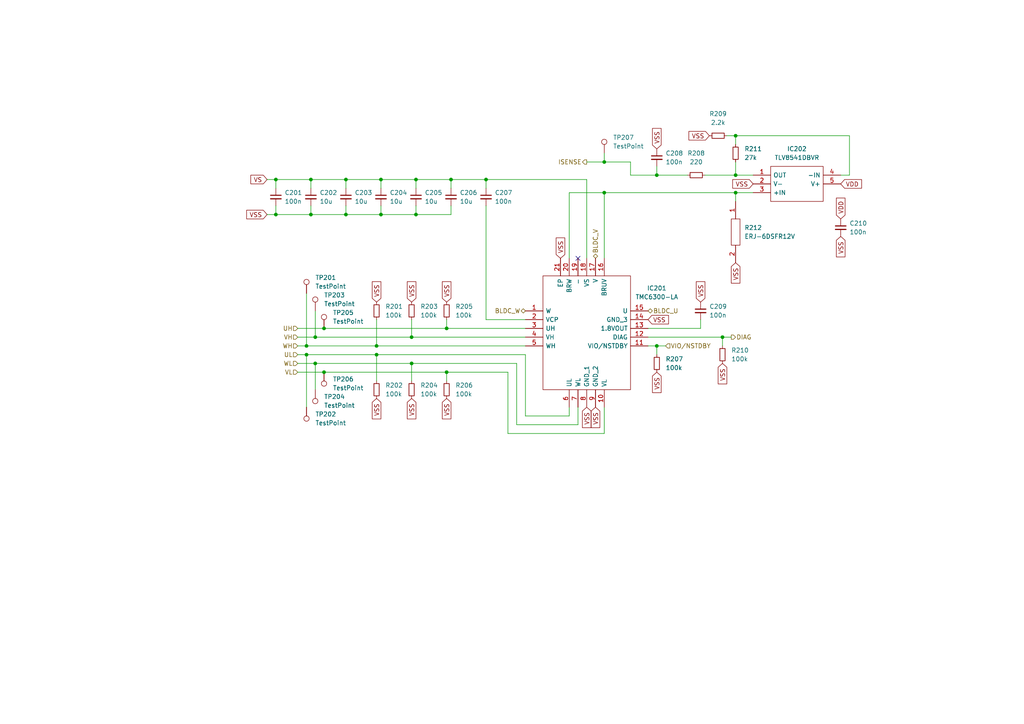
<source format=kicad_sch>
(kicad_sch (version 20231120) (generator "eeschema") (generator_version "8.0")
  (paper "A4")
  (lib_symbols
    (symbol "Connector:TestPoint" (pin_numbers hide) (pin_names (offset 0.762) hide)
      (property "Reference" "TP" (at 0 6.858 0))
      (property "Value" "TestPoint" (at 0 5.08 0))
      (symbol "TestPoint_0_1"
        (circle (center 0 3.302) (radius 0.762))
      )
      (symbol "TestPoint_1_1"
        (pin passive line (at 0 0 90) (length 2.54) (name "1") (number "1"))
      )
    )
    (symbol "Device:C_Small" (pin_numbers hide) (pin_names (offset 0.254) hide)
      (property "Reference" "C" (at 0.254 1.778 0))
      (property "Value" "C_Small" (at 0.254 -2.032 0))
      (symbol "C_Small_0_1"
        (polyline (pts (xy -1.524 -0.508) (xy 1.524 -0.508)) (stroke (width 0.3302)))
        (polyline (pts (xy -1.524 0.508) (xy 1.524 0.508)) (stroke (width 0.3048)))
      )
      (symbol "C_Small_1_1"
        (pin passive line (at 0 2.54 270) (length 2.032) (name "~") (number "1"))
        (pin passive line (at 0 -2.54 90) (length 2.032) (name "~") (number "2"))
      )
    )
    (symbol "Device:R_Small" (pin_numbers hide) (pin_names (offset 0.254) hide)
      (property "Reference" "R" (at 0.762 0.508 0))
      (property "Value" "R_Small" (at 0.762 -1.016 0))
      (symbol "R_Small_0_1"
        (rectangle (start -0.762 1.778) (end 0.762 -1.778) (stroke (width 0.2032)))
      )
      (symbol "R_Small_1_1"
        (pin passive line (at 0 2.54 270) (length 0.762) (name "~") (number "1"))
        (pin passive line (at 0 -2.54 90) (length 0.762) (name "~") (number "2"))
      )
    )
    (symbol "SamacSys_Parts:ERJ-6DSFR12V" (pin_names (offset 0.762))
      (property "Reference" "R" (at 13.97 6.35 0))
      (property "Value" "ERJ-6DSFR12V" (at 13.97 3.81 0))
      (symbol "ERJ-6DSFR12V_0_0"
        (pin passive line (at 0 0 0) (length 5.08) (name "~") (number "1"))
        (pin passive line (at 17.78 0 180) (length 5.08) (name "~") (number "2"))
      )
      (symbol "ERJ-6DSFR12V_0_1"
        (polyline (pts (xy 5.08 1.27) (xy 12.7 1.27) (xy 12.7 -1.27) (xy 5.08 -1.27) (xy 5.08 1.27)) (stroke (width 0.1524)))
      )
    )
    (symbol "SamacSys_Parts:TLV8541DBVR" (pin_names (offset 0.762))
      (property "Reference" "IC" (at 21.59 7.62 0))
      (property "Value" "TLV8541DBVR" (at 21.59 5.08 0))
      (symbol "TLV8541DBVR_0_0"
        (pin passive line (at 0 0 0) (length 5.08) (name "OUT") (number "1"))
        (pin passive line (at 0 -2.54 0) (length 5.08) (name "V-") (number "2"))
        (pin passive line (at 0 -5.08 0) (length 5.08) (name "+IN") (number "3"))
        (pin passive line (at 25.4 0 180) (length 5.08) (name "-IN") (number "4"))
        (pin passive line (at 25.4 -2.54 180) (length 5.08) (name "V+") (number "5"))
      )
      (symbol "TLV8541DBVR_0_1"
        (polyline (pts (xy 5.08 2.54) (xy 20.32 2.54) (xy 20.32 -7.62) (xy 5.08 -7.62) (xy 5.08 2.54)) (stroke (width 0.1524)))
      )
    )
    (symbol "SamacSys_Parts:TMC6300-LA" (pin_names (offset 0.762))
      (property "Reference" "IC" (at 31.75 15.24 0))
      (property "Value" "TMC6300-LA" (at 31.75 12.7 0))
      (symbol "TMC6300-LA_0_0"
        (pin passive line (at 0 0 0) (length 5.08) (name "W") (number "1"))
        (pin passive line (at 22.86 -27.94 90) (length 5.08) (name "VL") (number "10"))
        (pin passive line (at 35.56 -10.16 180) (length 5.08) (name "VIO/NSTDBY") (number "11"))
        (pin passive line (at 35.56 -7.62 180) (length 5.08) (name "DIAG") (number "12"))
        (pin passive line (at 35.56 -5.08 180) (length 5.08) (name "1.8VOUT") (number "13"))
        (pin passive line (at 35.56 -2.54 180) (length 5.08) (name "GND_3") (number "14"))
        (pin passive line (at 35.56 0 180) (length 5.08) (name "U") (number "15"))
        (pin passive line (at 22.86 15.24 270) (length 5.08) (name "BRUV") (number "16"))
        (pin passive line (at 20.32 15.24 270) (length 5.08) (name "V") (number "17"))
        (pin passive line (at 17.78 15.24 270) (length 5.08) (name "VS") (number "18"))
        (pin passive line (at 15.24 15.24 270) (length 5.08) (name "-") (number "19"))
        (pin passive line (at 0 -2.54 0) (length 5.08) (name "VCP") (number "2"))
        (pin passive line (at 12.7 15.24 270) (length 5.08) (name "BRW") (number "20"))
        (pin passive line (at 10.16 15.24 270) (length 5.08) (name "EP") (number "21"))
        (pin passive line (at 0 -5.08 0) (length 5.08) (name "UH") (number "3"))
        (pin passive line (at 0 -7.62 0) (length 5.08) (name "VH") (number "4"))
        (pin passive line (at 0 -10.16 0) (length 5.08) (name "WH") (number "5"))
        (pin passive line (at 12.7 -27.94 90) (length 5.08) (name "UL") (number "6"))
        (pin passive line (at 15.24 -27.94 90) (length 5.08) (name "WL") (number "7"))
        (pin passive line (at 17.78 -27.94 90) (length 5.08) (name "GND_1") (number "8"))
        (pin passive line (at 20.32 -27.94 90) (length 5.08) (name "GND_2") (number "9"))
      )
      (symbol "TMC6300-LA_0_1"
        (polyline (pts (xy 5.08 10.16) (xy 30.48 10.16) (xy 30.48 -22.86) (xy 5.08 -22.86) (xy 5.08 10.16)) (stroke (width 0.1524)))
      )
    )
  )
  (junction (at 91.44 97.79))
  (junction (at 93.98 107.95))
  (junction (at 130.81 52.07))
  (junction (at 120.65 62.23))
  (junction (at 100.33 62.23))
  (junction (at 88.9 100.33))
  (junction (at 129.54 107.95))
  (junction (at 110.49 62.23))
  (junction (at 175.26 46.99))
  (junction (at 90.17 52.07))
  (junction (at 213.36 39.37))
  (junction (at 213.36 50.8))
  (junction (at 175.26 55.88))
  (junction (at 91.44 105.41))
  (junction (at 93.98 95.25))
  (junction (at 80.01 62.23))
  (junction (at 209.55 97.79))
  (junction (at 213.36 55.88))
  (junction (at 119.38 97.79))
  (junction (at 110.49 52.07))
  (junction (at 120.65 52.07))
  (junction (at 140.97 52.07))
  (junction (at 90.17 62.23))
  (junction (at 119.38 105.41))
  (junction (at 109.22 102.87))
  (junction (at 80.01 52.07))
  (junction (at 190.5 100.33))
  (junction (at 109.22 100.33))
  (junction (at 88.9 102.87))
  (junction (at 190.5 50.8))
  (junction (at 129.54 95.25))
  (junction (at 100.33 52.07))
  (no_connect (at 167.64 74.93))
  (wire (pts (xy 165.1 118.11) (xy 165.1 120.65)))
  (wire (pts (xy 187.96 100.33) (xy 190.5 100.33)))
  (wire (pts (xy 109.22 102.87) (xy 109.22 110.49)))
  (wire (pts (xy 86.36 100.33) (xy 88.9 100.33)))
  (wire (pts (xy 213.36 46.99) (xy 213.36 50.8)))
  (wire (pts (xy 190.5 48.26) (xy 190.5 50.8)))
  (wire (pts (xy 182.88 46.99) (xy 175.26 46.99)))
  (wire (pts (xy 90.17 62.23) (xy 80.01 62.23)))
  (wire (pts (xy 246.38 50.8) (xy 246.38 39.37)))
  (wire (pts (xy 119.38 105.41) (xy 91.44 105.41)))
  (wire (pts (xy 167.64 118.11) (xy 167.64 123.19)))
  (wire (pts (xy 190.5 50.8) (xy 182.88 50.8)))
  (wire (pts (xy 190.5 100.33) (xy 193.04 100.33)))
  (wire (pts (xy 213.36 55.88) (xy 218.44 55.88)))
  (wire (pts (xy 149.86 123.19) (xy 149.86 105.41)))
  (wire (pts (xy 213.36 39.37) (xy 213.36 41.91)))
  (wire (pts (xy 120.65 52.07) (xy 120.65 54.61)))
  (wire (pts (xy 100.33 62.23) (xy 90.17 62.23)))
  (wire (pts (xy 182.88 50.8) (xy 182.88 46.99)))
  (wire (pts (xy 120.65 52.07) (xy 110.49 52.07)))
  (wire (pts (xy 91.44 105.41) (xy 91.44 113.03)))
  (wire (pts (xy 90.17 52.07) (xy 90.17 54.61)))
  (wire (pts (xy 165.1 55.88) (xy 165.1 74.93)))
  (wire (pts (xy 152.4 120.65) (xy 152.4 102.87)))
  (wire (pts (xy 203.2 95.25) (xy 187.96 95.25)))
  (wire (pts (xy 213.36 55.88) (xy 213.36 58.42)))
  (wire (pts (xy 109.22 92.71) (xy 109.22 100.33)))
  (wire (pts (xy 80.01 62.23) (xy 80.01 59.69)))
  (wire (pts (xy 190.5 50.8) (xy 199.39 50.8)))
  (wire (pts (xy 140.97 59.69) (xy 140.97 92.71)))
  (wire (pts (xy 88.9 100.33) (xy 109.22 100.33)))
  (wire (pts (xy 90.17 59.69) (xy 90.17 62.23)))
  (wire (pts (xy 203.2 92.71) (xy 203.2 95.25)))
  (wire (pts (xy 109.22 102.87) (xy 88.9 102.87)))
  (wire (pts (xy 119.38 97.79) (xy 152.4 97.79)))
  (wire (pts (xy 152.4 102.87) (xy 109.22 102.87)))
  (wire (pts (xy 204.47 50.8) (xy 213.36 50.8)))
  (wire (pts (xy 100.33 52.07) (xy 90.17 52.07)))
  (wire (pts (xy 77.47 52.07) (xy 80.01 52.07)))
  (wire (pts (xy 175.26 125.73) (xy 147.32 125.73)))
  (wire (pts (xy 170.18 52.07) (xy 140.97 52.07)))
  (wire (pts (xy 210.82 39.37) (xy 213.36 39.37)))
  (wire (pts (xy 129.54 107.95) (xy 129.54 110.49)))
  (wire (pts (xy 86.36 97.79) (xy 91.44 97.79)))
  (wire (pts (xy 130.81 54.61) (xy 130.81 52.07)))
  (wire (pts (xy 100.33 59.69) (xy 100.33 62.23)))
  (wire (pts (xy 190.5 100.33) (xy 190.5 102.87)))
  (wire (pts (xy 175.26 118.11) (xy 175.26 125.73)))
  (wire (pts (xy 91.44 105.41) (xy 86.36 105.41)))
  (wire (pts (xy 90.17 52.07) (xy 80.01 52.07)))
  (wire (pts (xy 140.97 92.71) (xy 152.4 92.71)))
  (wire (pts (xy 93.98 107.95) (xy 86.36 107.95)))
  (wire (pts (xy 246.38 39.37) (xy 213.36 39.37)))
  (wire (pts (xy 100.33 52.07) (xy 100.33 54.61)))
  (wire (pts (xy 140.97 52.07) (xy 140.97 54.61)))
  (wire (pts (xy 129.54 107.95) (xy 93.98 107.95)))
  (wire (pts (xy 130.81 52.07) (xy 140.97 52.07)))
  (wire (pts (xy 129.54 95.25) (xy 152.4 95.25)))
  (wire (pts (xy 147.32 125.73) (xy 147.32 107.95)))
  (wire (pts (xy 130.81 62.23) (xy 120.65 62.23)))
  (wire (pts (xy 119.38 92.71) (xy 119.38 97.79)))
  (wire (pts (xy 130.81 59.69) (xy 130.81 62.23)))
  (wire (pts (xy 110.49 62.23) (xy 100.33 62.23)))
  (wire (pts (xy 175.26 55.88) (xy 165.1 55.88)))
  (wire (pts (xy 109.22 100.33) (xy 152.4 100.33)))
  (wire (pts (xy 110.49 59.69) (xy 110.49 62.23)))
  (wire (pts (xy 175.26 55.88) (xy 175.26 74.93)))
  (wire (pts (xy 187.96 97.79) (xy 209.55 97.79)))
  (wire (pts (xy 110.49 52.07) (xy 110.49 54.61)))
  (wire (pts (xy 167.64 123.19) (xy 149.86 123.19)))
  (wire (pts (xy 120.65 62.23) (xy 110.49 62.23)))
  (wire (pts (xy 86.36 95.25) (xy 93.98 95.25)))
  (wire (pts (xy 170.18 74.93) (xy 170.18 52.07)))
  (wire (pts (xy 129.54 92.71) (xy 129.54 95.25)))
  (wire (pts (xy 110.49 52.07) (xy 100.33 52.07)))
  (wire (pts (xy 91.44 97.79) (xy 119.38 97.79)))
  (wire (pts (xy 209.55 97.79) (xy 212.09 97.79)))
  (wire (pts (xy 130.81 52.07) (xy 120.65 52.07)))
  (wire (pts (xy 149.86 105.41) (xy 119.38 105.41)))
  (wire (pts (xy 88.9 102.87) (xy 88.9 118.11)))
  (wire (pts (xy 175.26 44.45) (xy 175.26 46.99)))
  (wire (pts (xy 147.32 107.95) (xy 129.54 107.95)))
  (wire (pts (xy 213.36 50.8) (xy 218.44 50.8)))
  (wire (pts (xy 91.44 90.17) (xy 91.44 97.79)))
  (wire (pts (xy 170.18 46.99) (xy 175.26 46.99)))
  (wire (pts (xy 243.84 50.8) (xy 246.38 50.8)))
  (wire (pts (xy 119.38 105.41) (xy 119.38 110.49)))
  (wire (pts (xy 120.65 59.69) (xy 120.65 62.23)))
  (wire (pts (xy 77.47 62.23) (xy 80.01 62.23)))
  (wire (pts (xy 80.01 54.61) (xy 80.01 52.07)))
  (wire (pts (xy 88.9 85.09) (xy 88.9 100.33)))
  (wire (pts (xy 175.26 55.88) (xy 213.36 55.88)))
  (wire (pts (xy 209.55 97.79) (xy 209.55 100.33)))
  (wire (pts (xy 165.1 120.65) (xy 152.4 120.65)))
  (wire (pts (xy 88.9 102.87) (xy 86.36 102.87)))
  (wire (pts (xy 93.98 95.25) (xy 129.54 95.25)))
  (global_label "VSS" (shape input) (at 190.5 43.18 90) (property "Intersheetrefs" "${INTERSHEET_REFS}" (effects (hide yes))))
  (global_label "VSS" (shape input) (at 190.5 107.95 270) (property "Intersheetrefs" "${INTERSHEET_REFS}" (effects (hide yes))))
  (global_label "VSS" (shape input) (at 129.54 87.63 90) (property "Intersheetrefs" "${INTERSHEET_REFS}" (effects (hide yes))))
  (global_label "VSS" (shape input) (at 162.56 74.93 90) (property "Intersheetrefs" "${INTERSHEET_REFS}" (effects (hide yes))))
  (global_label "VSS" (shape input) (at 170.18 118.11 270) (property "Intersheetrefs" "${INTERSHEET_REFS}" (effects (hide yes))))
  (global_label "VDD" (shape input) (at 243.84 63.5 90) (property "Intersheetrefs" "${INTERSHEET_REFS}" (effects (hide yes))))
  (global_label "VSS" (shape input) (at 129.54 115.57 270) (property "Intersheetrefs" "${INTERSHEET_REFS}" (effects (hide yes))))
  (global_label "VSS" (shape input) (at 209.55 105.41 270) (property "Intersheetrefs" "${INTERSHEET_REFS}" (effects (hide yes))))
  (global_label "VDD" (shape input) (at 243.84 53.34 0) (property "Intersheetrefs" "${INTERSHEET_REFS}" (effects (hide yes))))
  (global_label "VSS" (shape input) (at 109.22 115.57 270) (property "Intersheetrefs" "${INTERSHEET_REFS}" (effects (hide yes))))
  (global_label "VSS" (shape input) (at 119.38 87.63 90) (property "Intersheetrefs" "${INTERSHEET_REFS}" (effects (hide yes))))
  (global_label "VSS" (shape input) (at 109.22 87.63 90) (property "Intersheetrefs" "${INTERSHEET_REFS}" (effects (hide yes))))
  (global_label "VSS" (shape input) (at 203.2 87.63 90) (property "Intersheetrefs" "${INTERSHEET_REFS}" (effects (hide yes))))
  (global_label "VSS" (shape input) (at 243.84 68.58 270) (property "Intersheetrefs" "${INTERSHEET_REFS}" (effects (hide yes))))
  (global_label "VSS" (shape input) (at 213.36 76.2 270) (property "Intersheetrefs" "${INTERSHEET_REFS}" (effects (hide yes))))
  (global_label "VS" (shape input) (at 77.47 52.07 180) (property "Intersheetrefs" "${INTERSHEET_REFS}" (effects (hide yes))))
  (global_label "VSS" (shape input) (at 119.38 115.57 270) (property "Intersheetrefs" "${INTERSHEET_REFS}" (effects (hide yes))))
  (global_label "VSS" (shape input) (at 187.96 92.71 0) (property "Intersheetrefs" "${INTERSHEET_REFS}" (effects (hide yes))))
  (global_label "VSS" (shape input) (at 218.44 53.34 180) (property "Intersheetrefs" "${INTERSHEET_REFS}" (effects (hide yes))))
  (global_label "VSS" (shape input) (at 205.74 39.37 180) (property "Intersheetrefs" "${INTERSHEET_REFS}" (effects (hide yes))))
  (global_label "VSS" (shape input) (at 172.72 118.11 270) (property "Intersheetrefs" "${INTERSHEET_REFS}" (effects (hide yes))))
  (global_label "VSS" (shape input) (at 77.47 62.23 180) (property "Intersheetrefs" "${INTERSHEET_REFS}" (effects (hide yes))))
  (hierarchical_label "DIAG" (shape output) (at 212.09 97.79 0))
  (hierarchical_label "WH" (shape input) (at 86.36 100.33 180))
  (hierarchical_label "UL" (shape input) (at 86.36 102.87 180))
  (hierarchical_label "VL" (shape input) (at 86.36 107.95 180))
  (hierarchical_label "UH" (shape input) (at 86.36 95.25 180))
  (hierarchical_label "BLDC_V" (shape bidirectional) (at 172.72 74.93 90))
  (hierarchical_label "BLDC_U" (shape bidirectional) (at 187.96 90.17 0))
  (hierarchical_label "WL" (shape input) (at 86.36 105.41 180))
  (hierarchical_label "VH" (shape input) (at 86.36 97.79 180))
  (hierarchical_label "BLDC_W" (shape bidirectional) (at 152.4 90.17 180))
  (hierarchical_label "ISENSE" (shape output) (at 170.18 46.99 180))
  (hierarchical_label "VIO{slash}NSTDBY" (shape input) (at 193.04 100.33 0))
  (symbol (lib_id "Device:R_Small") (at 129.54 90.17 0) (unit 1)
    (property "Reference" "R205" (at 132.08 88.8999 0) (effects (justify left)))
    (property "Value" "100k" (at 132.08 91.4399 0) (effects (justify left)))
    (property "Footprint" "Resistor_SMD:R_0402_1005Metric" (effects (hide yes)))
  )
  (symbol (lib_id "Device:R_Small") (at 129.54 113.03 0) (unit 1)
    (property "Reference" "R206" (at 132.08 111.7599 0) (effects (justify left)))
    (property "Value" "100k" (at 132.08 114.2999 0) (effects (justify left)))
    (property "Footprint" "Resistor_SMD:R_0402_1005Metric" (effects (hide yes)))
  )
  (symbol (lib_id "Device:C_Small") (at 100.33 57.15 0) (unit 1)
    (property "Reference" "C203" (at 102.87 55.8862 0) (effects (justify left)))
    (property "Value" "10u" (at 102.87 58.4262 0) (effects (justify left)))
    (property "Footprint" "Capacitor_SMD:C_0805_2012Metric" (effects (hide yes)))
  )
  (symbol (lib_id "Device:C_Small") (at 110.49 57.15 0) (unit 1)
    (property "Reference" "C204" (at 113.03 55.8862 0) (effects (justify left)))
    (property "Value" "10u" (at 113.03 58.4262 0) (effects (justify left)))
    (property "Footprint" "Capacitor_SMD:C_0805_2012Metric" (effects (hide yes)))
  )
  (symbol (lib_id "Device:C_Small") (at 120.65 57.15 0) (unit 1)
    (property "Reference" "C205" (at 123.19 55.8862 0) (effects (justify left)))
    (property "Value" "10u" (at 123.19 58.4262 0) (effects (justify left)))
    (property "Footprint" "Capacitor_SMD:C_0805_2012Metric" (effects (hide yes)))
  )
  (symbol (lib_id "Device:C_Small") (at 190.5 45.72 0) (unit 1)
    (property "Reference" "C208" (at 193.04 44.4562 0) (effects (justify left)))
    (property "Value" "100n" (at 193.04 46.9962 0) (effects (justify left)))
    (property "Footprint" "Capacitor_SMD:C_0402_1005Metric" (effects (hide yes)))
  )
  (symbol (lib_id "Device:R_Small") (at 190.5 105.41 0) (unit 1)
    (property "Reference" "R207" (at 193.04 104.1399 0) (effects (justify left)))
    (property "Value" "100k" (at 193.04 106.6799 0) (effects (justify left)))
    (property "Footprint" "Resistor_SMD:R_0402_1005Metric" (effects (hide yes)))
  )
  (symbol (lib_id "Connector:TestPoint") (at 93.98 107.95 180) (unit 1)
    (property "Reference" "TP206" (at 96.52 109.9819 0) (effects (justify right)))
    (property "Value" "TestPoint" (at 96.52 112.5219 0) (effects (justify right)))
    (property "Footprint" "TestPoint:TestPoint_Pad_D1.0mm" (effects (hide yes)))
  )
  (symbol (lib_id "Device:C_Small") (at 203.2 90.17 0) (unit 1)
    (property "Reference" "C209" (at 205.74 88.9062 0) (effects (justify left)))
    (property "Value" "100n" (at 205.74 91.4462 0) (effects (justify left)))
    (property "Footprint" "Capacitor_SMD:C_0402_1005Metric" (effects (hide yes)))
  )
  (symbol (lib_id "Connector:TestPoint") (at 88.9 118.11 180) (unit 1)
    (property "Reference" "TP202" (at 91.44 120.1419 0) (effects (justify right)))
    (property "Value" "TestPoint" (at 91.44 122.6819 0) (effects (justify right)))
    (property "Footprint" "TestPoint:TestPoint_Pad_D1.0mm" (effects (hide yes)))
  )
  (symbol (lib_id "Connector:TestPoint") (at 91.44 113.03 180) (unit 1)
    (property "Reference" "TP204" (at 93.98 115.0619 0) (effects (justify right)))
    (property "Value" "TestPoint" (at 93.98 117.6019 0) (effects (justify right)))
    (property "Footprint" "TestPoint:TestPoint_Pad_D1.0mm" (effects (hide yes)))
  )
  (symbol (lib_id "Device:C_Small") (at 243.84 66.04 0) (unit 1)
    (property "Reference" "C210" (at 246.38 64.7762 0) (effects (justify left)))
    (property "Value" "100n" (at 246.38 67.3162 0) (effects (justify left)))
    (property "Footprint" "Capacitor_SMD:C_0402_1005Metric" (effects (hide yes)))
  )
  (symbol (lib_id "Device:R_Small") (at 213.36 44.45 0) (unit 1)
    (property "Reference" "R211" (at 215.9 43.1799 0) (effects (justify left)))
    (property "Value" "27k" (at 215.9 45.7199 0) (effects (justify left)))
    (property "Footprint" "Resistor_SMD:R_0402_1005Metric" (effects (hide yes)))
  )
  (symbol (lib_id "SamacSys_Parts:TLV8541DBVR") (at 218.44 50.8 0) (unit 1)
    (property "Reference" "IC202" (at 231.14 43.18 0))
    (property "Value" "TLV8541DBVR" (at 231.14 45.72 0))
    (property "Footprint" "SamacSys_Parts:SOT95P280X145-5N" (effects (hide yes)))
    (property "Datasheet" "http://www.ti.com/lit/gpn/tlv8541" (effects (hide yes)))
    (property "Description" "Operational Amplifiers - Op Amps TLV8541 500 nA RRIO Nanopower Operational Amplifier 5-SOT-23 -40 to 125" (effects (hide yes)))
    (property "Height" "1.45" (effects (hide yes)))
    (property "Mouser Part Number" "595-TLV8541DBVR" (effects (hide yes)))
    (property "Mouser Price/Stock" "https://www.mouser.co.uk/ProductDetail/Texas-Instruments/TLV8541DBVR?qs=W0yvOO0ixfHahPSk%252B%252B%2F%252Bsw%3D%3D" (effects (hide yes)))
    (property "Manufacturer_Name" "Texas Instruments" (effects (hide yes)))
    (property "Manufacturer_Part_Number" "TLV8541DBVR" (effects (hide yes)))
  )
  (symbol (lib_id "Connector:TestPoint") (at 93.98 95.25 0) (unit 1)
    (property "Reference" "TP205" (at 96.52 90.6779 0) (effects (justify left)))
    (property "Value" "TestPoint" (at 96.52 93.2179 0) (effects (justify left)))
    (property "Footprint" "TestPoint:TestPoint_Pad_D1.0mm" (effects (hide yes)))
  )
  (symbol (lib_id "Device:C_Small") (at 80.01 57.15 0) (unit 1)
    (property "Reference" "C201" (at 82.55 55.8862 0) (effects (justify left)))
    (property "Value" "100n" (at 82.55 58.4262 0) (effects (justify left)))
    (property "Footprint" "Capacitor_SMD:C_0402_1005Metric" (effects (hide yes)))
  )
  (symbol (lib_id "Device:R_Small") (at 109.22 113.03 0) (unit 1)
    (property "Reference" "R202" (at 111.76 111.7599 0) (effects (justify left)))
    (property "Value" "100k" (at 111.76 114.2999 0) (effects (justify left)))
    (property "Footprint" "Resistor_SMD:R_0402_1005Metric" (effects (hide yes)))
  )
  (symbol (lib_id "Connector:TestPoint") (at 91.44 90.17 0) (unit 1)
    (property "Reference" "TP203" (at 93.98 85.5979 0) (effects (justify left)))
    (property "Value" "TestPoint" (at 93.98 88.1379 0) (effects (justify left)))
    (property "Footprint" "TestPoint:TestPoint_Pad_D1.0mm" (effects (hide yes)))
  )
  (symbol (lib_id "Device:R_Small") (at 201.93 50.8 90) (unit 1)
    (property "Reference" "R208" (at 201.93 44.45 90))
    (property "Value" "220" (at 201.93 46.99 90))
    (property "Footprint" "Resistor_SMD:R_0402_1005Metric" (effects (hide yes)))
  )
  (symbol (lib_id "Device:C_Small") (at 90.17 57.15 0) (unit 1)
    (property "Reference" "C202" (at 92.71 55.8862 0) (effects (justify left)))
    (property "Value" "10u" (at 92.71 58.4262 0) (effects (justify left)))
    (property "Footprint" "Capacitor_SMD:C_0805_2012Metric" (effects (hide yes)))
  )
  (symbol (lib_id "Device:R_Small") (at 208.28 39.37 90) (unit 1)
    (property "Reference" "R209" (at 208.28 33.02 90))
    (property "Value" "2.2k" (at 208.28 35.56 90))
    (property "Footprint" "Resistor_SMD:R_0402_1005Metric" (effects (hide yes)))
  )
  (symbol (lib_id "Device:R_Small") (at 119.38 113.03 0) (unit 1)
    (property "Reference" "R204" (at 121.92 111.7599 0) (effects (justify left)))
    (property "Value" "100k" (at 121.92 114.2999 0) (effects (justify left)))
    (property "Footprint" "Resistor_SMD:R_0402_1005Metric" (effects (hide yes)))
  )
  (symbol (lib_id "SamacSys_Parts:TMC6300-LA") (at 152.4 90.17 0) (unit 1)
    (property "Reference" "IC201" (at 190.5 83.5912 0))
    (property "Value" "TMC6300-LA" (at 190.5 86.1312 0))
    (property "Footprint" "SamacSys_Parts:QFN40P300X300X90-21N" (effects (hide yes)))
    (property "Datasheet" "https://www.trinamic.com/fileadmin/assets/Products/ICs_Documents/TMC6300_datasheet_rev1.07.pdf" (effects (hide yes)))
    (property "Description" "Motor / Motion / Ignition Controllers & Drivers Low Voltage BLDC Motor/PMSM Driver IC, 2-11V, 1.2A, QFN-20" (effects (hide yes)))
    (property "Height" "0.9" (effects (hide yes)))
    (property "Mouser Part Number" "700-TMC6300-LA" (effects (hide yes)))
    (property "Mouser Price/Stock" "https://www.mouser.co.uk/ProductDetail/Trinamic/TMC6300-LA?qs=QNEnbhJQKvYIagO3WUG%252BYg%3D%3D" (effects (hide yes)))
    (property "Manufacturer_Name" "TRINAMIC" (effects (hide yes)))
    (property "Manufacturer_Part_Number" "TMC6300-LA" (effects (hide yes)))
  )
  (symbol (lib_id "Device:C_Small") (at 130.81 57.15 0) (unit 1)
    (property "Reference" "C206" (at 133.35 55.8862 0) (effects (justify left)))
    (property "Value" "10u" (at 133.35 58.4262 0) (effects (justify left)))
    (property "Footprint" "Capacitor_SMD:C_0805_2012Metric" (effects (hide yes)))
  )
  (symbol (lib_id "Connector:TestPoint") (at 88.9 85.09 0) (unit 1)
    (property "Reference" "TP201" (at 91.44 80.5179 0) (effects (justify left)))
    (property "Value" "TestPoint" (at 91.44 83.0579 0) (effects (justify left)))
    (property "Footprint" "TestPoint:TestPoint_Pad_D1.0mm" (effects (hide yes)))
  )
  (symbol (lib_id "Device:R_Small") (at 109.22 90.17 0) (unit 1)
    (property "Reference" "R201" (at 111.76 88.8999 0) (effects (justify left)))
    (property "Value" "100k" (at 111.76 91.4399 0) (effects (justify left)))
    (property "Footprint" "Resistor_SMD:R_0402_1005Metric" (effects (hide yes)))
  )
  (symbol (lib_id "Device:C_Small") (at 140.97 57.15 0) (unit 1)
    (property "Reference" "C207" (at 143.51 55.8862 0) (effects (justify left)))
    (property "Value" "100n" (at 143.51 58.4262 0) (effects (justify left)))
    (property "Footprint" "Capacitor_SMD:C_0402_1005Metric" (effects (hide yes)))
  )
  (symbol (lib_id "Connector:TestPoint") (at 175.26 44.45 0) (unit 1)
    (property "Reference" "TP207" (at 177.8 39.8779 0) (effects (justify left)))
    (property "Value" "TestPoint" (at 177.8 42.4179 0) (effects (justify left)))
    (property "Footprint" "TestPoint:TestPoint_Pad_D1.0mm" (effects (hide yes)))
  )
  (symbol (lib_id "SamacSys_Parts:ERJ-6DSFR12V") (at 213.36 58.42 270) (unit 1)
    (property "Reference" "R212" (at 215.9 66.0399 90) (effects (justify left)))
    (property "Value" "ERJ-6DSFR12V" (at 215.9 68.5799 90) (effects (justify left)))
    (property "Footprint" "SamacSys_Parts:ERJ6_B_BW_R_LW_CW_D" (effects (hide yes)))
    (property "Datasheet" "http://industrial.panasonic.com/cdbs/www-data/pdf/RDN0000/AOA0000C313.pdf" (effects (hide yes)))
    (property "Description" "Current Sense Resistors - SMD 0805 120mOhms 1% Curr Sens AEC-Q200" (effects (hide yes)))
    (property "Mouser Part Number" "667-ERJ-6DSFR12V" (effects (hide yes)))
    (property "Mouser Price/Stock" "https://www.mouser.co.uk/ProductDetail/Panasonic/ERJ-6DSFR12V?qs=WO7YBshssFF0LlAZA3Tj0Q%3D%3D" (effects (hide yes)))
    (property "Manufacturer_Name" "Panasonic" (effects (hide yes)))
    (property "Manufacturer_Part_Number" "ERJ-6DSFR12V" (effects (hide yes)))
  )
  (symbol (lib_id "Device:R_Small") (at 119.38 90.17 0) (unit 1)
    (property "Reference" "R203" (at 121.92 88.8999 0) (effects (justify left)))
    (property "Value" "100k" (at 121.92 91.4399 0) (effects (justify left)))
    (property "Footprint" "Resistor_SMD:R_0402_1005Metric" (effects (hide yes)))
  )
  (symbol (lib_id "Device:R_Small") (at 209.55 102.87 0) (unit 1)
    (property "Reference" "R210" (at 212.09 101.5999 0) (effects (justify left)))
    (property "Value" "100k" (at 212.09 104.1399 0) (effects (justify left)))
    (property "Footprint" "Resistor_SMD:R_0402_1005Metric" (effects (hide yes)))
  )
)
</source>
